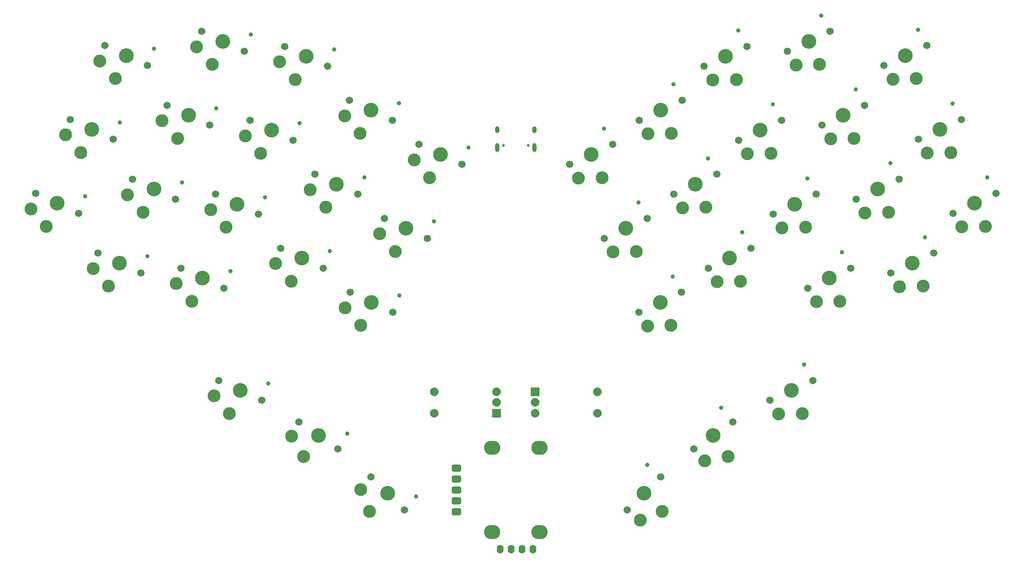
<source format=gbr>
%TF.GenerationSoftware,KiCad,Pcbnew,(5.1.10)-1*%
%TF.CreationDate,2021-07-25T08:52:11-07:00*%
%TF.ProjectId,barobord,6261726f-626f-4726-942e-6b696361645f,rev?*%
%TF.SameCoordinates,Original*%
%TF.FileFunction,Soldermask,Top*%
%TF.FilePolarity,Negative*%
%FSLAX46Y46*%
G04 Gerber Fmt 4.6, Leading zero omitted, Abs format (unit mm)*
G04 Created by KiCad (PCBNEW (5.1.10)-1) date 2021-07-25 08:52:11*
%MOMM*%
%LPD*%
G01*
G04 APERTURE LIST*
%ADD10C,1.701800*%
%ADD11C,3.000000*%
%ADD12C,3.429000*%
%ADD13C,0.990600*%
%ADD14R,2.000000X2.000000*%
%ADD15C,2.000000*%
%ADD16O,1.600000X2.000000*%
%ADD17O,3.800000X3.300000*%
%ADD18C,0.650000*%
%ADD19O,1.000000X2.100000*%
%ADD20O,1.000000X1.600000*%
G04 APERTURE END LIST*
D10*
%TO.C,SW40*%
X233075943Y-87930549D03*
X243045329Y-83281749D03*
D11*
X235113916Y-91117895D03*
D12*
X238060636Y-85606149D03*
D11*
X240575215Y-90998680D03*
D13*
X241016566Y-79593589D03*
%TD*%
D10*
%TO.C,SW39*%
X213743005Y-91428757D03*
X223712391Y-86779957D03*
D11*
X215780978Y-94616103D03*
D12*
X218727698Y-89104357D03*
D11*
X221242277Y-94496888D03*
D13*
X221683628Y-83091797D03*
%TD*%
D10*
%TO.C,SW38*%
X204975522Y-117584660D03*
X214944908Y-112935860D03*
D11*
X207013495Y-120772006D03*
D12*
X209960215Y-115260260D03*
D11*
X212474794Y-120652791D03*
D13*
X212916145Y-109247700D03*
%TD*%
D10*
%TO.C,SW37*%
X187268346Y-128914929D03*
X196279018Y-122605589D03*
D11*
X189828833Y-131699961D03*
D12*
X191773682Y-125760259D03*
D11*
X195186462Y-130634214D03*
D13*
X193640635Y-119325751D03*
%TD*%
D10*
%TO.C,SW36*%
X171797663Y-143147886D03*
X179575837Y-135369712D03*
D11*
X174802867Y-145445983D03*
D12*
X175686750Y-139258799D03*
D11*
X179894035Y-143466084D03*
D13*
X176407999Y-132597853D03*
%TD*%
D10*
%TO.C,SW35*%
X112124163Y-135369712D03*
X119902337Y-143147886D03*
D11*
X109826066Y-138374916D03*
D12*
X116013250Y-139258799D03*
D11*
X111805965Y-143466084D03*
D13*
X122674196Y-139980048D03*
%TD*%
D10*
%TO.C,SW34*%
X95420982Y-122605589D03*
X104431654Y-128914929D03*
D11*
X93679646Y-125964197D03*
D12*
X99926318Y-125760259D03*
D11*
X96513538Y-130634214D03*
D13*
X106611313Y-125313889D03*
%TD*%
D10*
%TO.C,SW33*%
X76755092Y-112935860D03*
X86724478Y-117584660D03*
D11*
X75623428Y-116545823D03*
D12*
X81739785Y-115260260D03*
D11*
X79225206Y-120652791D03*
D13*
X88245708Y-113659835D03*
%TD*%
D10*
%TO.C,SW32*%
X67987609Y-86779957D03*
X77956995Y-91428757D03*
D11*
X66855945Y-90389920D03*
D12*
X72972302Y-89104357D03*
D11*
X70457723Y-94496888D03*
D13*
X79478225Y-87503932D03*
%TD*%
D10*
%TO.C,SW31*%
X48654671Y-83281749D03*
X58624057Y-87930549D03*
D11*
X47523007Y-86891712D03*
D12*
X53639364Y-85606149D03*
D11*
X51124785Y-90998680D03*
D13*
X60145287Y-84005724D03*
%TD*%
D10*
%TO.C,SW30*%
X247548771Y-74009802D03*
X257518157Y-69361002D03*
D11*
X249586744Y-77197148D03*
D12*
X252533464Y-71685402D03*
D11*
X255048043Y-77077933D03*
D13*
X255489394Y-65672842D03*
%TD*%
D10*
%TO.C,SW29*%
X225046196Y-70710702D03*
X235015582Y-66061902D03*
D11*
X227084169Y-73898048D03*
D12*
X230030889Y-68386302D03*
D11*
X232545468Y-73778833D03*
D13*
X232986819Y-62373742D03*
%TD*%
D10*
%TO.C,SW28*%
X205713258Y-74208910D03*
X215682644Y-69560110D03*
D11*
X207751231Y-77396256D03*
D12*
X210697951Y-71884510D03*
D11*
X213212530Y-77277041D03*
D13*
X213653881Y-65871950D03*
%TD*%
D10*
%TO.C,SW27*%
X190606502Y-86770196D03*
X200575888Y-82121396D03*
D11*
X192644475Y-89957542D03*
D12*
X195591195Y-84445796D03*
D11*
X198105774Y-89838327D03*
D13*
X198547125Y-78433236D03*
%TD*%
D10*
%TO.C,SW26*%
X174443200Y-97065712D03*
X184412586Y-92416912D03*
D11*
X176481173Y-100253058D03*
D12*
X179427893Y-94741312D03*
D11*
X181942472Y-100133843D03*
D13*
X182383823Y-88728752D03*
%TD*%
D10*
%TO.C,SW25*%
X107287414Y-92416912D03*
X117256800Y-97065712D03*
D11*
X106155750Y-96026875D03*
D12*
X112272107Y-94741312D03*
D11*
X109757528Y-100133843D03*
D13*
X118778030Y-93140887D03*
%TD*%
D10*
%TO.C,SW24*%
X91124112Y-82121396D03*
X101093498Y-86770196D03*
D11*
X89992448Y-85731359D03*
D12*
X96108805Y-84445796D03*
D11*
X93594226Y-89838327D03*
D13*
X102614728Y-82845371D03*
%TD*%
D10*
%TO.C,SW23*%
X76017356Y-69560110D03*
X85986742Y-74208910D03*
D11*
X74885692Y-73170073D03*
D12*
X81002049Y-71884510D03*
D11*
X78487470Y-77277041D03*
D13*
X87507972Y-70284085D03*
%TD*%
D10*
%TO.C,SW22*%
X56684418Y-66061902D03*
X66653804Y-70710702D03*
D11*
X55552754Y-69671865D03*
D12*
X61669111Y-68386302D03*
D11*
X59154532Y-73778833D03*
D13*
X68175034Y-66785877D03*
%TD*%
D10*
%TO.C,SW21*%
X34181843Y-69361002D03*
X44151229Y-74009802D03*
D11*
X33050179Y-72970965D03*
D12*
X39166536Y-71685402D03*
D11*
X36651957Y-77077933D03*
D13*
X45672459Y-70084977D03*
%TD*%
D10*
%TO.C,SW20*%
X239519024Y-56789955D03*
X249488410Y-52141155D03*
D11*
X241556997Y-59977301D03*
D12*
X244503717Y-54465555D03*
D11*
X247018296Y-59858086D03*
D13*
X247459647Y-48452995D03*
%TD*%
D10*
%TO.C,SW19*%
X217016449Y-53490855D03*
X226985835Y-48842055D03*
D11*
X219054422Y-56678201D03*
D12*
X222001142Y-51166455D03*
D11*
X224515721Y-56558986D03*
D13*
X224957072Y-45153895D03*
%TD*%
D10*
%TO.C,SW18*%
X197683511Y-56989063D03*
X207652897Y-52340263D03*
D11*
X199721484Y-60176409D03*
D12*
X202668204Y-54664663D03*
D11*
X205182783Y-60057194D03*
D13*
X205624134Y-48652103D03*
%TD*%
D10*
%TO.C,SW17*%
X182576755Y-69550348D03*
X192546141Y-64901548D03*
D11*
X184614728Y-72737694D03*
D12*
X187561448Y-67225948D03*
D11*
X190076027Y-72618479D03*
D13*
X190517378Y-61213388D03*
%TD*%
D10*
%TO.C,SW16*%
X166413454Y-79845865D03*
X176382840Y-75197065D03*
D11*
X168451427Y-83033211D03*
D12*
X171398147Y-77521465D03*
D11*
X173912726Y-82913996D03*
D13*
X174354077Y-71508905D03*
%TD*%
D10*
%TO.C,SW15*%
X115317160Y-75197065D03*
X125286546Y-79845865D03*
D11*
X114185496Y-78807028D03*
D12*
X120301853Y-77521465D03*
D11*
X117787274Y-82913996D03*
D13*
X126807776Y-75921040D03*
%TD*%
D10*
%TO.C,SW14*%
X99153859Y-64901548D03*
X109123245Y-69550348D03*
D11*
X98022195Y-68511511D03*
D12*
X104138552Y-67225948D03*
D11*
X101623973Y-72618479D03*
D13*
X110644475Y-65625523D03*
%TD*%
D10*
%TO.C,SW13*%
X84047103Y-52340263D03*
X94016489Y-56989063D03*
D11*
X82915439Y-55950226D03*
D12*
X89031796Y-54664663D03*
D11*
X86517217Y-60057194D03*
D13*
X95537719Y-53064238D03*
%TD*%
D10*
%TO.C,SW12*%
X64714165Y-48842055D03*
X74683551Y-53490855D03*
D11*
X63582501Y-52452018D03*
D12*
X69698858Y-51166455D03*
D11*
X67184279Y-56558986D03*
D13*
X76204781Y-49566030D03*
%TD*%
D10*
%TO.C,SW11*%
X42211590Y-52141155D03*
X52180976Y-56789955D03*
D11*
X41079926Y-55751118D03*
D12*
X47196283Y-54465555D03*
D11*
X44681704Y-59858086D03*
D13*
X53702206Y-52865130D03*
%TD*%
D10*
%TO.C,SW10*%
X231489277Y-39570108D03*
X241458663Y-34921308D03*
D11*
X233527250Y-42757454D03*
D12*
X236473970Y-37245708D03*
D11*
X238988549Y-42638239D03*
D13*
X239429900Y-31233148D03*
%TD*%
D10*
%TO.C,SW9*%
X208986702Y-36271008D03*
X218956088Y-31622208D03*
D11*
X211024675Y-39458354D03*
D12*
X213971395Y-33946608D03*
D11*
X216485974Y-39339139D03*
D13*
X216927325Y-27934048D03*
%TD*%
D10*
%TO.C,SW8*%
X189653764Y-39769216D03*
X199623150Y-35120416D03*
D11*
X191691737Y-42956562D03*
D12*
X194638457Y-37444816D03*
D11*
X197153036Y-42837347D03*
D13*
X197594387Y-31432256D03*
%TD*%
D10*
%TO.C,SW7*%
X174547008Y-52330501D03*
X184516394Y-47681701D03*
D11*
X176584981Y-55517847D03*
D12*
X179531701Y-50006101D03*
D11*
X182046280Y-55398632D03*
D13*
X182487631Y-43993541D03*
%TD*%
%TO.C,SW6*%
X166324330Y-54289058D03*
D11*
X165882979Y-65694149D03*
D12*
X163368400Y-60301618D03*
D11*
X160421680Y-65813364D03*
D10*
X168353093Y-57977218D03*
X158383707Y-62626018D03*
%TD*%
%TO.C,SW5*%
X123346907Y-57977218D03*
X133316293Y-62626018D03*
D11*
X122215243Y-61587181D03*
D12*
X128331600Y-60301618D03*
D11*
X125817021Y-65694149D03*
D13*
X134837523Y-58701193D03*
%TD*%
D10*
%TO.C,SW4*%
X107183606Y-47681701D03*
X117152992Y-52330501D03*
D11*
X106051942Y-51291664D03*
D12*
X112168299Y-50006101D03*
D11*
X109653720Y-55398632D03*
D13*
X118674222Y-48405676D03*
%TD*%
D10*
%TO.C,SW3*%
X92076850Y-35120416D03*
X102046236Y-39769216D03*
D11*
X90945186Y-38730379D03*
D12*
X97061543Y-37444816D03*
D11*
X94546964Y-42837347D03*
D13*
X103567466Y-35844391D03*
%TD*%
D10*
%TO.C,SW2*%
X72743912Y-31622208D03*
X82713298Y-36271008D03*
D11*
X71612248Y-35232171D03*
D12*
X77728605Y-33946608D03*
D11*
X75214026Y-39339139D03*
D13*
X84234528Y-32346183D03*
%TD*%
D10*
%TO.C,SW1*%
X50241337Y-34921308D03*
X60210723Y-39570108D03*
D11*
X49109673Y-38531271D03*
D12*
X55226030Y-37245708D03*
D11*
X52711451Y-42638239D03*
D13*
X61731953Y-35645283D03*
%TD*%
D14*
%TO.C,SW43*%
X150352593Y-115558404D03*
D15*
X150352593Y-118058404D03*
X150352593Y-120558404D03*
X164852593Y-115558404D03*
X164852593Y-120558404D03*
%TD*%
D14*
%TO.C,SW42*%
X141352593Y-120558404D03*
D15*
X141352593Y-118058404D03*
X141352593Y-115558404D03*
X126852593Y-120558404D03*
X126852593Y-115558404D03*
%TD*%
D16*
%TO.C,Brd1*%
X147332593Y-152258404D03*
X149872593Y-152258404D03*
X144792593Y-152258404D03*
X142252593Y-152258404D03*
%TD*%
D17*
%TO.C,J1*%
X140352593Y-128658404D03*
X151352593Y-128658404D03*
X151352593Y-148258404D03*
X140352593Y-148258404D03*
G36*
G01*
X133128593Y-132953404D02*
X133128593Y-133803404D01*
G75*
G02*
X132703593Y-134228404I-425000J0D01*
G01*
X131353593Y-134228404D01*
G75*
G02*
X130928593Y-133803404I0J425000D01*
G01*
X130928593Y-132953404D01*
G75*
G02*
X131353593Y-132528404I425000J0D01*
G01*
X132703593Y-132528404D01*
G75*
G02*
X133128593Y-132953404I0J-425000D01*
G01*
G37*
G36*
G01*
X132703593Y-136768404D02*
X131353593Y-136768404D01*
G75*
G02*
X130928593Y-136343404I0J425000D01*
G01*
X130928593Y-135493404D01*
G75*
G02*
X131353593Y-135068404I425000J0D01*
G01*
X132703593Y-135068404D01*
G75*
G02*
X133128593Y-135493404I0J-425000D01*
G01*
X133128593Y-136343404D01*
G75*
G02*
X132703593Y-136768404I-425000J0D01*
G01*
G37*
G36*
G01*
X132703593Y-139308404D02*
X131353593Y-139308404D01*
G75*
G02*
X130928593Y-138883404I0J425000D01*
G01*
X130928593Y-138033404D01*
G75*
G02*
X131353593Y-137608404I425000J0D01*
G01*
X132703593Y-137608404D01*
G75*
G02*
X133128593Y-138033404I0J-425000D01*
G01*
X133128593Y-138883404D01*
G75*
G02*
X132703593Y-139308404I-425000J0D01*
G01*
G37*
G36*
G01*
X132703593Y-141848404D02*
X131353593Y-141848404D01*
G75*
G02*
X130928593Y-141423404I0J425000D01*
G01*
X130928593Y-140573404D01*
G75*
G02*
X131353593Y-140148404I425000J0D01*
G01*
X132703593Y-140148404D01*
G75*
G02*
X133128593Y-140573404I0J-425000D01*
G01*
X133128593Y-141423404D01*
G75*
G02*
X132703593Y-141848404I-425000J0D01*
G01*
G37*
G36*
G01*
X132703593Y-144388404D02*
X131353593Y-144388404D01*
G75*
G02*
X130928593Y-143963404I0J425000D01*
G01*
X130928593Y-143113404D01*
G75*
G02*
X131353593Y-142688404I425000J0D01*
G01*
X132703593Y-142688404D01*
G75*
G02*
X133128593Y-143113404I0J-425000D01*
G01*
X133128593Y-143963404D01*
G75*
G02*
X132703593Y-144388404I-425000J0D01*
G01*
G37*
%TD*%
D18*
%TO.C,USB1*%
X148742593Y-58158404D03*
X142962593Y-58158404D03*
D19*
X141532593Y-58688404D03*
X150172593Y-58688404D03*
D20*
X141532593Y-54508404D03*
X150172593Y-54508404D03*
%TD*%
M02*

</source>
